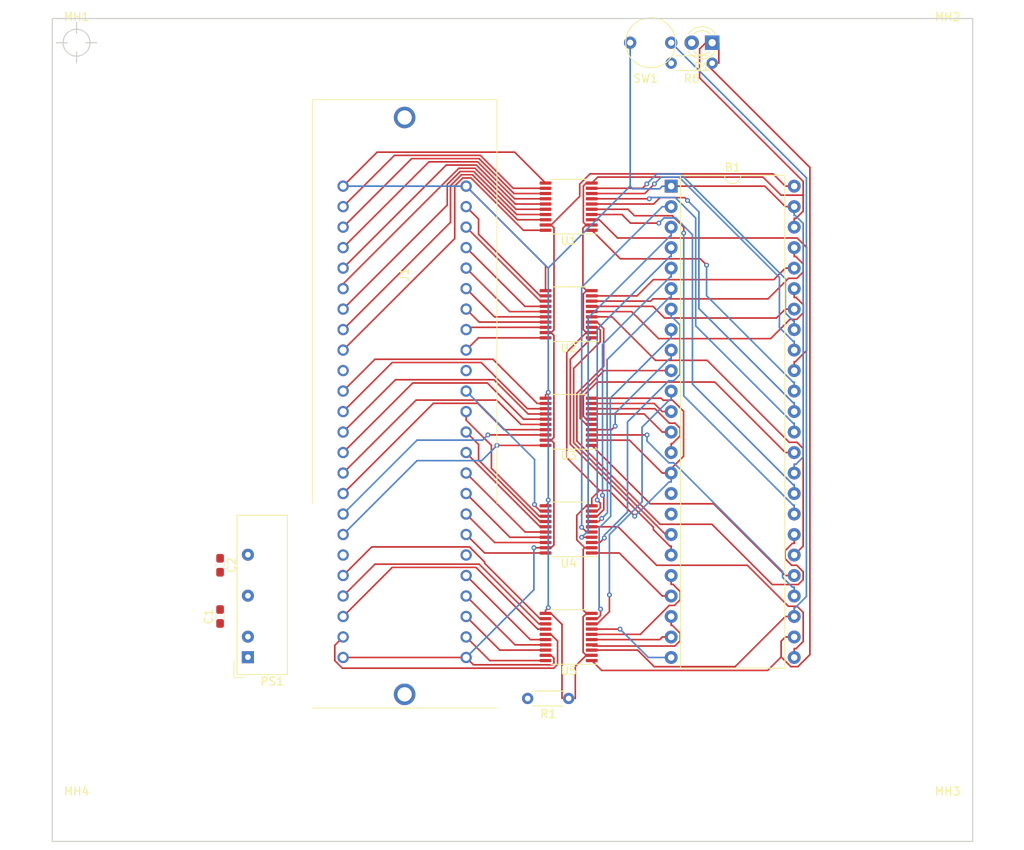
<source format=kicad_pcb>
(kicad_pcb (version 20221018) (generator pcbnew)
  (title_block (title "BionicBase Teens 4.1") (company "Tadashi G. Takaoka"))
  (layers (0 "F.Cu" signal) (31 "B.Cu" signal) (34 "B.Paste" user) (35 "F.Paste" user) (36 "B.SilkS" user "B.Silkscreen") (37 "F.SilkS" user "F.Silkscreen") (38 "B.Mask" user) (39 "F.Mask" user) (44 "Edge.Cuts" user))
  (net 0 "")
  (net 1 "VCC")
  (net 2 "Net-(B1-P6.03)")
  (net 3 "Net-(B1-P6.02)")
  (net 4 "Net-(B1-P9.04)")
  (net 5 "Net-(B1-P9.05)")
  (net 6 "Net-(B1-P9.06)")
  (net 7 "Net-(B1-P9.08)")
  (net 8 "Net-(B1-P7.10)")
  (net 9 "Net-(B1-P7.17)")
  (net 10 "Net-(B1-P7.16)")
  (net 11 "Net-(B1-P7.11)")
  (net 12 "Net-(B1-P7.00)")
  (net 13 "Net-(B1-P7.02)")
  (net 14 "Net-(B1-P7.01)")
  (net 15 "+3.3V")
  (net 18 "Net-(B1-P6.30)")
  (net 19 "Net-(B1-P6.31)")
  (net 20 "Net-(B1-P8.18)")
  (net 21 "Net-(B1-P9.31)")
  (net 22 "Net-(B1-P8.23)")
  (net 23 "Net-(B1-P8.22)")
  (net 24 "GND")
  (net 25 "Net-(B1-P7.12)")
  (net 26 "Net-(B1-P9.07)")
  (net 27 "Net-(B1-P7.18)")
  (net 28 "Net-(B1-P7.19)")
  (net 29 "Net-(B1-P6.28)")
  (net 30 "Net-(B1-P6.29)")
  (net 31 "Net-(B1-P6.20)")
  (net 32 "Net-(B1-P6.21)")
  (net 33 "Net-(B1-P7.03{slash}LED)")
  (net 34 "Net-(B1-P6.18)")
  (net 35 "Net-(B1-P6.19)")
  (net 36 "Net-(B1-P6.23)")
  (net 37 "Net-(B1-P6.22)")
  (net 38 "Net-(B1-P6.17)")
  (net 39 "/P56")
  (net 40 "/P55")
  (net 41 "/P51")
  (net 42 "/P57")
  (net 43 "/P53")
  (net 44 "/P52")
  (net 45 "/P15")
  (net 46 "/P35")
  (net 47 "/P41")
  (net 48 "/P40")
  (net 49 "/P36")
  (net 50 "/P20")
  (net 51 "/P17")
  (net 52 "/P16")
  (net 53 "/P21")
  (net 54 "/P37")
  (net 55 "/P30")
  (net 56 "/P31")
  (net 57 "/P32")
  (net 58 "/P33")
  (net 59 "/P34")
  (net 60 "/P42")
  (net 61 "/P43")
  (net 62 "/P44")
  (net 63 "/P45")
  (net 64 "/P46")
  (net 65 "/P47")
  (net 66 "/P54")
  (net 67 "/P10")
  (net 68 "/P11")
  (net 69 "/P12")
  (net 70 "/P13")
  (net 71 "/P14")
  (net 72 "/P22")
  (net 73 "/P23")
  (net 74 "/P24")
  (net 75 "/P25")
  (net 76 "/P26")
  (net 77 "/P27")
  (net 78 "/P50")
  (net 79 "/~{USR_LED}")
  (net 80 "/~{USR_SW}")
  (net 81 "Net-(B1-P6.16)")
  (net 82 "Net-(B1-P6.26)")
  (net 83 "Net-(B1-P6.27)")
  (net 84 "Net-(B1-P6.24)")
  (net 85 "Net-(B1-P6.25)")
  (net 86 "Net-(D1-K)")
  (net 87 "/+15V")
  (footprint "MountingHole:MountingHole_2.2mm_M2" (layer "F.Cu") (at 183.5 44.6)
    (fp_text reference "MH2")
    (fp_text value "MountingHole_2.2mm_M2")
  )
  (footprint "MountingHole:MountingHole_2.2mm_M2" (layer "F.Cu") (at 183.5 140.6)
    (fp_text reference "MH3")
    (fp_text value "MountingHole_2.2mm_M2")
  )
  (footprint "MountingHole:MountingHole_2.2mm_M2" (layer "F.Cu") (at 75.6 140.6)
    (fp_text reference "MH4")
    (fp_text value "MountingHole_2.2mm_M2")
  )
  (footprint "MountingHole:MountingHole_2.2mm_M2" (layer "F.Cu") (at 75.6 44.6)
    (fp_text reference "MH1")
    (fp_text value "MountingHole_2.2mm_M2")
  )
  (footprint "0-LocalLibrary:Tact_SW_6x6mm" (layer "F.Cu") (at 146.72 44.6 180)
    (fp_text reference "SW1")
    (fp_text value "Tact_SW")
  )
  (footprint "Package_SO:TSSOP-20_4.4x6.5mm_P0.65mm" (layer "F.Cu") (at 136.56 64.92 180)
    (fp_text reference "U1")
    (fp_text value "TXS0108EPW")
  )
  (footprint "Capacitor_SMD:C_0603_1608Metric_Pad1.08x0.95mm_HandSolder" (layer "F.Cu") (at 93.38 109.37 -90)
    (fp_text reference "C2")
    (fp_text value "1.0u")
  )
  (footprint "Package_DIP:DIP-48_W15.24mm" (layer "F.Cu") (at 149.26 62.38)
    (fp_text reference "B1")
    (fp_text value "Teensy4.1")
  )
  (footprint "Capacitor_SMD:C_0603_1608Metric_Pad1.08x0.95mm_HandSolder" (layer "F.Cu") (at 93.38 115.72 90)
    (fp_text reference "C1")
    (fp_text value "2.2u")
  )
  (footprint "0-LocalLibrary:Aries_ZIF_socket_DIP-48-pin" (layer "F.Cu") (at 116.24 76.35)
    (fp_text reference "J1")
    (fp_text value "Bionic_ZIF_Socket_48pin" hide)
  )
  (footprint "Resistor_THT:R_Axial_DIN0204_L3.6mm_D1.6mm_P5.08mm_Horizontal" (layer "F.Cu") (at 136.56 125.88 180)
    (fp_text reference "R1")
    (fp_text value "4.7k")
  )
  (footprint "Package_SO:TSSOP-20_4.4x6.5mm_P0.65mm" (layer "F.Cu") (at 136.56 91.59 180)
    (fp_text reference "U3")
    (fp_text value "TXS0108EPW")
  )
  (footprint "Package_SO:TSSOP-20_4.4x6.5mm_P0.65mm" (layer "F.Cu") (at 136.56 104.925 180)
    (fp_text reference "U4")
    (fp_text value "TXS0108EPW")
  )
  (footprint "0-LocalLibrary:Converter_DCDC_Minmax_MAU100_THT" (layer "F.Cu") (at 96.8275 120.7625 180)
    (fp_text reference "PS1")
    (fp_text value "MAU105")
  )
  (footprint "Package_SO:TSSOP-20_4.4x6.5mm_P0.65mm" (layer "F.Cu") (at 136.56 118.26 180)
    (fp_text reference "U5")
    (fp_text value "TXS0108EPW")
  )
  (footprint "Resistor_THT:R_Axial_DIN0204_L3.6mm_D1.6mm_P5.08mm_Horizontal" (layer "F.Cu") (at 154.34 47.14 180)
    (fp_text reference "R6")
    (fp_text value "560")
  )
  (footprint "LED_THT:LED_D3.0mm" (layer "F.Cu") (at 154.34 44.6 180)
    (fp_text reference "D1")
    (fp_text value "OSYL3131P")
  )
  (footprint "Package_SO:TSSOP-20_4.4x6.5mm_P0.65mm" (layer "F.Cu") (at 136.56 78.255 180)
    (fp_text reference "U2")
    (fp_text value "TXS0108EPW")
  )
  (gr_line (start 72.6 143.6) (end 72.6 41.6) (stroke (width 0.15)) (layer "Edge.Cuts"))
  (gr_line (start 72.6 41.6) (end 186.6 41.6) (stroke (width 0.15)) (layer "Edge.Cuts"))
  (gr_line (start 186.6 143.6) (end 72.6 143.6) (stroke (width 0.15)) (layer "Edge.Cuts"))
  (gr_line (start 186.6 41.6) (end 186.6 143.6) (stroke (width 0.15)) (layer "Edge.Cuts"))
  (target plus (at 75.6 44.6) (size 5) (width 0.15) (layer "Edge.Cuts"))
  (segment (start 139.4225 75.33) (end 138.7684 75.33) (width 0.2) (layer "F.Cu") (net 0))
  (segment (start 138.3844 66.8665) (end 138.7129 67.195) (width 0.2) (layer "F.Cu") (net 0))
  (segment (start 165.6109 65.4769) (end 165.6109 63.4984) (width 0.2) (layer "F.Cu") (net 0))
  (segment (start 137.5676 106.2227) (end 138.5449 107.2) (width 0.2) (layer "F.Cu") (net 0))
  (segment (start 138.3531 120.1573) (end 138.7308 120.535) (width 0.2) (layer "F.Cu") (net 0))
  (segment (start 153.5525 44.6) (end 152.7798 45.3727) (width 0.2) (layer "F.Cu") (net 0))
  (segment (start 164.7279 66.3599) (end 165.6109 65.4769) (width 0.2) (layer "F.Cu") (net 0))
  (segment (start 165.6109 61.7901) (end 165.6109 63.4984) (width 0.2) (layer "F.Cu") (net 0))
  (segment (start 139.4225 115.335) (end 138.7682 115.335) (width 0.2) (layer "F.Cu") (net 0))
  (segment (start 139.4225 120.535) (end 138.7308 120.535) (width 0.2) (layer "F.Cu") (net 0))
  (segment (start 139.4225 102) (end 139.4225 101.0643) (width 0.2) (layer "F.Cu") (net 0))
  (segment (start 138.3647 114.9315) (end 138.3647 107.3802) (width 0.2) (layer "F.Cu") (net 0))
  (segment (start 144.0849 93.865) (end 139.4225 93.865) (width 0.2) (layer "F.Cu") (net 0))
  (segment (start 148.71 97.94) (end 150.7946 95.8554) (width 0.2) (layer "F.Cu") (net 0))
  (segment (start 165.6109 63.4984) (end 162.8688 63.4984) (width 0.2) (layer "F.Cu") (net 0))
  (segment (start 138.741 80.53) (end 139.4225 80.53) (width 0.2) (layer "F.Cu") (net 0))
  (segment (start 164.5 66.3599) (end 164.7279 66.3599) (width 0.2) (layer "F.Cu") (net 0))
  (segment (start 148.71 97.94) (end 148.1599 97.94) (width 0.2) (layer "F.Cu") (net 0))
  (segment (start 138.3531 115.7501) (end 138.3531 120.1573) (width 0.2) (layer "F.Cu") (net 0))
  (segment (start 138.7284 61.995) (end 138.3844 62.339) (width 0.2) (layer "F.Cu") (net 0))
  (segment (start 138.327 67.5809) (end 138.7129 67.195) (width 0.2) (layer "F.Cu") (net 0))
  (segment (start 141.5577 100.0986) (end 144.7472 103.2881) (width 0.2) (layer "F.Cu") (net 0))
  (segment (start 138.3647 107.3802) (end 138.5449 107.2) (width 0.2) (layer "F.Cu") (net 0))
  (segment (start 148.1599 97.94) (end 144.0849 93.865) (width 0.2) (layer "F.Cu") (net 0))
  (segment (start 138.741 80.53) (end 136.3263 82.9447) (width 0.2) (layer "F.Cu") (net 0))
  (segment (start 148.2602 88.9148) (end 148.0104 88.665) (width 0.2) (layer "F.Cu") (net 0))
  (segment (start 138.7682 115.335) (end 138.3531 115.7501) (width 0.2) (layer "F.Cu") (net 0))
  (segment (start 138.7684 75.33) (end 138.3844 75.714) (width 0.2) (layer "F.Cu") (net 0))
  (segment (start 155.165 44.6375) (end 155.165 47.14) (width 0.2) (layer "F.Cu") (net 0))
  (segment (start 164.5 67.46) (end 164.5 66.3599) (width 0.2) (layer "F.Cu") (net 0))
  (segment (start 148.0104 88.665) (end 139.4225 88.665) (width 0.2) (layer "F.Cu") (net 0))
  (segment (start 137.5676 103.1723) (end 137.5676 106.2227) (width 0.2) (layer "F.Cu") (net 0))
  (segment (start 152.7798 45.3727) (end 152.7798 48.959) (width 0.2) (layer "F.Cu") (net 0))
  (segment (start 138.5449 107.2) (end 139.4225 107.2) (width 0.2) (layer "F.Cu") (net 0))
  (segment (start 138.327 74.8886) (end 138.327 67.5809) (width 0.2) (layer "F.Cu") (net 0))
  (segment (start 136.3263 96.0367) (end 140.3882 100.0986) (width 0.2) (layer "F.Cu") (net 0))
  (segment (start 138.3844 75.714) (end 138.3844 80.1734) (width 0.2) (layer "F.Cu") (net 0))
  (segment (start 138.7129 67.195) (end 139.4225 67.195) (width 0.2) (layer "F.Cu") (net 0))
  (segment (start 137.385 121.8808) (end 137.385 125.88) (width 0.2) (layer "F.Cu") (net 0))
  (segment (start 138.7399 102) (end 137.5676 103.1723) (width 0.2) (layer "F.Cu") (net 0))
  (segment (start 139.4225 102) (end 138.7399 102) (width 0.2) (layer "F.Cu") (net 0))
  (segment (start 139.4225 61.995) (end 138.7284 61.995) (width 0.2) (layer "F.Cu") (net 0))
  (segment (start 136.3263 82.9447) (end 136.3263 96.0367) (width 0.2) (layer "F.Cu") (net 0))
  (segment (start 140.3882 100.0986) (end 141.5577 100.0986) (width 0.2) (layer "F.Cu") (net 0))
  (segment (start 162.8688 63.4984) (end 160.6278 61.2574) (width 0.2) (layer "F.Cu") (net 0))
  (segment (start 155.1275 44.6) (end 155.165 44.6375) (width 0.2) (layer "F.Cu") (net 0))
  (segment (start 138.3844 62.339) (end 138.3844 66.8665) (width 0.2) (layer "F.Cu") (net 0))
  (segment (start 150.7946 90.2833) (end 149.4261 88.9148) (width 0.2) (layer "F.Cu") (net 0))
  (segment (start 139.4225 101.0643) (end 140.3882 100.0986) (width 0.2) (layer "F.Cu") (net 0))
  (segment (start 138.7682 115.335) (end 138.3647 114.9315) (width 0.2) (layer "F.Cu") (net 0))
  (segment (start 149.26 97.94) (end 148.71 97.94) (width 0.2) (layer "F.Cu") (net 0))
  (segment (start 160.6278 61.2574) (end 140.1601 61.2574) (width 0.2) (layer "F.Cu") (net 0))
  (segment (start 140.1601 61.2574) (end 139.4225 61.995) (width 0.2) (layer "F.Cu") (net 0))
  (segment (start 138.3844 80.1734) (end 138.741 80.53) (width 0.2) (layer "F.Cu") (net 0))
  (segment (start 149.4261 88.9148) (end 148.2602 88.9148) (width 0.2) (layer "F.Cu") (net 0))
  (segment (start 150.7946 95.8554) (end 150.7946 90.2833) (width 0.2) (layer "F.Cu") (net 0))
  (segment (start 138.7684 75.33) (end 138.327 74.8886) (width 0.2) (layer "F.Cu") (net 0))
  (segment (start 152.7798 48.959) (end 165.6109 61.7901) (width 0.2) (layer "F.Cu") (net 0))
  (segment (start 138.7308 120.535) (end 137.385 121.8808) (width 0.2) (layer "F.Cu") (net 0))
  (via (at 144.7472 103.2881) (size 0.6) (drill 0.3) (layers "F.Cu" "B.Cu") (net 0))
  (segment (start 149.26 97.94) (end 149.26 99.0401) (width 0.2) (layer "B.Cu") (net 0))
  (segment (start 149.26 99.0401) (end 148.9952 99.0401) (width 0.2) (layer "B.Cu") (net 0))
  (segment (start 148.9952 99.0401) (end 144.7472 103.2881) (width 0.2) (layer "B.Cu") (net 0))
  (segment (start 133.6975 80.53) (end 134.3788 80.53) (width 0.2) (layer "F.Cu") (net 1))
  (segment (start 134.3858 93.865) (end 133.6975 93.865) (width 0.2) (layer "F.Cu") (net 1))
  (segment (start 137.9271 62.1312) (end 137.9271 63.6462) (width 0.2) (layer "F.Cu") (net 1))
  (segment (start 134.7356 93.5152) (end 134.3858 93.865) (width 0.2) (layer "F.Cu") (net 1))
  (segment (start 139.2021 60.8562) (end 137.9271 62.1312) (width 0.2) (layer "F.Cu") (net 1))
  (segment (start 134.7356 94.2148) (end 134.3858 93.865) (width 0.2) (layer "F.Cu") (net 1))
  (segment (start 134.744 67.5607) (end 134.3783 67.195) (width 0.2) (layer "F.Cu") (net 1))
  (segment (start 108.62 120.8) (end 123.86 120.8) (width 0.2) (layer "F.Cu") (net 1))
  (segment (start 134.7356 106.8432) (end 134.7356 94.2148) (width 0.2) (layer "F.Cu") (net 1))
  (segment (start 134.3788 80.53) (end 134.7356 80.8868) (width 0.2) (layer "F.Cu") (net 1))
  (segment (start 134.7356 120.8913) (end 134.7356 121.4854) (width 0.2) (layer "F.Cu") (net 1))
  (segment (start 161.8761 60.8562) (end 139.2021 60.8562) (width 0.2) (layer "F.Cu") (net 1))
  (segment (start 133.6975 120.535) (end 134.3793 120.535) (width 0.2) (layer "F.Cu") (net 1))
  (segment (start 134.7356 121.4854) (end 134.5181 121.7029) (width 0.2) (layer "F.Cu") (net 1))
  (segment (start 124.7629 121.7029) (end 123.86 120.8) (width 0.2) (layer "F.Cu") (net 1))
  (segment (start 134.3793 120.535) (end 134.7356 120.8913) (width 0.2) (layer "F.Cu") (net 1))
  (segment (start 163.3999 62.38) (end 161.8761 60.8562) (width 0.2) (layer "F.Cu") (net 1))
  (segment (start 164.5 62.38) (end 163.3999 62.38) (width 0.2) (layer "F.Cu") (net 1))
  (segment (start 137.9271 63.6462) (end 134.3783 67.195) (width 0.2) (layer "F.Cu") (net 1))
  (segment (start 134.744 80.1648) (end 134.744 67.5607) (width 0.2) (layer "F.Cu") (net 1))
  (segment (start 132.2559 107.2) (end 133.6975 107.2) (width 0.2) (layer "F.Cu") (net 1))
  (segment (start 134.5181 121.7029) (end 124.7629 121.7029) (width 0.2) (layer "F.Cu") (net 1))
  (segment (start 134.7356 80.8868) (end 134.7356 93.5152) (width 0.2) (layer "F.Cu") (net 1))
  (segment (start 133.6975 107.2) (end 134.3788 107.2) (width 0.2) (layer "F.Cu") (net 1))
  (segment (start 134.3788 107.2) (end 134.7356 106.8432) (width 0.2) (layer "F.Cu") (net 1))
  (segment (start 134.3788 80.53) (end 134.744 80.1648) (width 0.2) (layer "F.Cu") (net 1))
  (segment (start 134.3783 67.195) (end 133.6975 67.195) (width 0.2) (layer "F.Cu") (net 1))
  (via (at 132.2559 107.2) (size 0.6) (drill 0.3) (layers "F.Cu" "B.Cu") (net 1))
  (segment (start 132.2559 112.4041) (end 132.2559 107.2) (width 0.2) (layer "B.Cu") (net 1))
  (segment (start 123.86 120.8) (end 132.2559 112.4041) (width 0.2) (layer "B.Cu") (net 1))
  (segment (start 138.7596 105.25) (end 138.1736 104.664) (width 0.2) (layer "F.Cu") (net 2))
  (segment (start 139.4225 105.25) (end 138.7596 105.25) (width 0.2) (layer "F.Cu") (net 2))
  (via (at 138.1736 104.664) (size 0.6) (drill 0.3) (layers "F.Cu" "B.Cu") (net 2))
  (segment (start 149.26 64.92) (end 148.1599 64.92) (width 0.2) (layer "B.Cu") (net 2))
  (segment (start 138.1736 74.9063) (end 138.1736 104.664) (width 0.2) (layer "B.Cu") (net 2))
  (segment (start 148.1599 64.92) (end 138.1736 74.9063) (width 0.2) (layer "B.Cu") (net 2))
  (segment (start 139.4225 105.9) (end 138.1745 105.9) (width 0.2) (layer "F.Cu") (net 3))
  (via (at 138.1745 105.9) (size 0.6) (drill 0.3) (layers "F.Cu" "B.Cu") (net 3))
  (segment (start 138.1745 105.9) (end 138.9747 105.0998) (width 0.2) (layer "B.Cu") (net 3))
  (segment (start 138.9747 78.7079) (end 149.1225 68.5601) (width 0.2) (layer "B.Cu") (net 3))
  (segment (start 149.1225 68.5601) (end 149.26 68.5601) (width 0.2) (layer "B.Cu") (net 3))
  (segment (start 138.9747 105.0998) (end 138.9747 78.7079) (width 0.2) (layer "B.Cu") (net 3))
  (segment (start 149.26 67.46) (end 149.26 68.5601) (width 0.2) (layer "B.Cu") (net 3))
  (segment (start 140.0764 102.65) (end 140.4812 102.2452) (width 0.2) (layer "F.Cu") (net 4))
  (segment (start 140.4812 101.6634) (end 140.1007 101.2829) (width 0.2) (layer "F.Cu") (net 4))
  (segment (start 139.4225 102.65) (end 140.0764 102.65) (width 0.2) (layer "F.Cu") (net 4))
  (segment (start 140.4812 102.2452) (end 140.4812 101.6634) (width 0.2) (layer "F.Cu") (net 4))
  (via (at 140.1007 101.2829) (size 0.6) (drill 0.3) (layers "F.Cu" "B.Cu") (net 4))
  (segment (start 140.1007 80.0998) (end 149.1004 71.1001) (width 0.2) (layer "B.Cu") (net 4))
  (segment (start 149.1004 71.1001) (end 149.26 71.1001) (width 0.2) (layer "B.Cu") (net 4))
  (segment (start 149.26 70) (end 149.26 71.1001) (width 0.2) (layer "B.Cu") (net 4))
  (segment (start 140.1007 101.2829) (end 140.1007 80.0998) (width 0.2) (layer "B.Cu") (net 4))
  (segment (start 139.4225 103.3) (end 140.079 103.3) (width 0.2) (layer "F.Cu") (net 5))
  (segment (start 140.9111 102.4679) (end 140.9111 100.8565) (width 0.2) (layer "F.Cu") (net 5))
  (segment (start 140.9111 100.8565) (end 140.7534 100.6988) (width 0.2) (layer "F.Cu") (net 5))
  (segment (start 140.079 103.3) (end 140.9111 102.4679) (width 0.2) (layer "F.Cu") (net 5))
  (via (at 140.7534 100.6988) (size 0.6) (drill 0.3) (layers "F.Cu" "B.Cu") (net 5))
  (segment (start 140.7534 100.6988) (end 140.7534 82.0092) (width 0.2) (layer "B.Cu") (net 5))
  (segment (start 149.26 72.54) (end 149.26 73.6401) (width 0.2) (layer "B.Cu") (net 5))
  (segment (start 149.1225 73.6401) (end 149.26 73.6401) (width 0.2) (layer "B.Cu") (net 5))
  (segment (start 140.7534 82.0092) (end 149.1225 73.6401) (width 0.2) (layer "B.Cu") (net 5))
  (segment (start 139.4225 103.95) (end 140.2775 103.95) (width 0.2) (layer "F.Cu") (net 6))
  (segment (start 140.2775 103.95) (end 140.661 103.5665) (width 0.2) (layer "F.Cu") (net 6))
  (via (at 140.661 103.5665) (size 0.6) (drill 0.3) (layers "F.Cu" "B.Cu") (net 6))
  (segment (start 149.26 76.1801) (end 149.032 76.1801) (width 0.2) (layer "B.Cu") (net 6))
  (segment (start 141.3637 92.5841) (end 141.3637 102.8638) (width 0.2) (layer "B.Cu") (net 6))
  (segment (start 149.26 75.08) (end 149.26 76.1801) (width 0.2) (layer "B.Cu") (net 6))
  (segment (start 141.3213 92.5417) (end 141.3637 92.5841) (width 0.2) (layer "B.Cu") (net 6))
  (segment (start 141.3213 83.8908) (end 141.3213 92.5417) (width 0.2) (layer "B.Cu") (net 6))
  (segment (start 141.3637 102.8638) (end 140.661 103.5665) (width 0.2) (layer "B.Cu") (net 6))
  (segment (start 149.032 76.1801) (end 141.3213 83.8908) (width 0.2) (layer "B.Cu") (net 6))
  (segment (start 139.4225 106.55) (end 140.4176 106.55) (width 0.2) (layer "F.Cu") (net 7))
  (segment (start 140.4176 106.55) (end 140.9727 105.9949) (width 0.2) (layer "F.Cu") (net 7))
  (via (at 140.9727 105.9949) (size 0.6) (drill 0.3) (layers "F.Cu" "B.Cu") (net 7))
  (segment (start 143.8497 102.7648) (end 143.8497 91.6075) (width 0.2) (layer "B.Cu") (net 7))
  (segment (start 140.9727 105.9949) (end 140.9727 105.6418) (width 0.2) (layer "B.Cu") (net 7))
  (segment (start 149.26 77.62) (end 149.26 78.7201) (width 0.2) (layer "B.Cu") (net 7))
  (segment (start 143.8497 91.6075) (end 148.9472 86.51) (width 0.2) (layer "B.Cu") (net 7))
  (segment (start 140.9727 105.6418) (end 143.8497 102.7648) (width 0.2) (layer "B.Cu") (net 7))
  (segment (start 150.363 79.5952) (end 149.4879 78.7201) (width 0.2) (layer "B.Cu") (net 7))
  (segment (start 149.4879 78.7201) (end 149.26 78.7201) (width 0.2) (layer "B.Cu") (net 7))
  (segment (start 150.363 85.7125) (end 150.363 79.5952) (width 0.2) (layer "B.Cu") (net 7))
  (segment (start 149.5655 86.51) (end 150.363 85.7125) (width 0.2) (layer "B.Cu") (net 7))
  (segment (start 148.9472 86.51) (end 149.5655 86.51) (width 0.2) (layer "B.Cu") (net 7))
  (segment (start 139.4225 115.985) (end 140.111 115.985) (width 0.2) (layer "F.Cu") (net 8))
  (segment (start 140.5065 115.5895) (end 140.5065 114.8056) (width 0.2) (layer "F.Cu") (net 8))
  (segment (start 140.111 115.985) (end 140.5065 115.5895) (width 0.2) (layer "F.Cu") (net 8))
  (via (at 140.5065 114.8056) (size 0.6) (drill 0.3) (layers "F.Cu" "B.Cu") (net 8))
  (segment (start 141.7638 92.4184) (end 141.7638 103.3124) (width 0.2) (layer "B.Cu") (net 8))
  (segment (start 140.3371 104.7391) (end 140.3371 114.6362) (width 0.2) (layer "B.Cu") (net 8))
  (segment (start 141.7214 92.376) (end 141.7638 92.4184) (width 0.2) (layer "B.Cu") (net 8))
  (segment (start 141.7638 103.3124) (end 140.3371 104.7391) (width 0.2) (layer "B.Cu") (net 8))
  (segment (start 140.3371 114.6362) (end 140.5065 114.8056) (width 0.2) (layer "B.Cu") (net 8))
  (segment (start 149.26 80.16) (end 149.26 81.2601) (width 0.2) (layer "B.Cu") (net 8))
  (segment (start 141.7214 88.6612) (end 141.7214 92.376) (width 0.2) (layer "B.Cu") (net 8))
  (segment (start 149.1225 81.2601) (end 141.7214 88.6612) (width 0.2) (layer "B.Cu") (net 8))
  (segment (start 149.26 81.2601) (end 149.1225 81.2601) (width 0.2) (layer "B.Cu") (net 8))
  (segment (start 141.884 92.565) (end 142.3215 92.1275) (width 0.2) (layer "F.Cu") (net 9))
  (segment (start 139.4225 92.565) (end 141.884 92.565) (width 0.2) (layer "F.Cu") (net 9))
  (via (at 142.3215 92.1275) (size 0.6) (drill 0.3) (layers "F.Cu" "B.Cu") (net 9))
  (segment (start 142.3215 92.1275) (end 142.3215 90.5106) (width 0.2) (layer "B.Cu") (net 9))
  (segment (start 149.032 83.8001) (end 149.26 83.8001) (width 0.2) (layer "B.Cu") (net 9))
  (segment (start 142.3215 90.5106) (end 149.032 83.8001) (width 0.2) (layer "B.Cu") (net 9))
  (segment (start 149.26 82.7) (end 149.26 83.8001) (width 0.2) (layer "B.Cu") (net 9))
  (segment (start 138.7359 91.915) (end 139.4225 91.915) (width 0.2) (layer "F.Cu") (net 10))
  (segment (start 148.1599 85.24) (end 140.9499 85.24) (width 0.2) (layer "F.Cu") (net 10))
  (segment (start 137.9843 91.1634) (end 138.7359 91.915) (width 0.2) (layer "F.Cu") (net 10))
  (segment (start 149.26 85.24) (end 148.1599 85.24) (width 0.2) (layer "F.Cu") (net 10))
  (segment (start 140.9499 85.24) (end 137.9843 88.2056) (width 0.2) (layer "F.Cu") (net 10))
  (segment (start 137.9843 88.2056) (end 137.9843 91.1634) (width 0.2) (layer "F.Cu") (net 10))
  (segment (start 139.4225 116.635) (end 140.0889 116.635) (width 0.2) (layer "F.Cu") (net 11))
  (segment (start 140.0889 116.635) (end 141.6082 115.1157) (width 0.2) (layer "F.Cu") (net 11))
  (segment (start 141.6082 115.1157) (end 141.6082 113.04) (width 0.2) (layer "F.Cu") (net 11))
  (via (at 141.6082 113.04) (size 0.6) (drill 0.3) (layers "F.Cu" "B.Cu") (net 11))
  (segment (start 149.26 88.8801) (end 149.032 88.8801) (width 0.2) (layer "B.Cu") (net 11))
  (segment (start 149.26 87.78) (end 149.26 88.8801) (width 0.2) (layer "B.Cu") (net 11))
  (segment (start 145.6523 92.2598) (end 145.6523 101.5281) (width 0.2) (layer "B.Cu") (net 11))
  (segment (start 145.6523 101.5281) (end 141.6082 105.5722) (width 0.2) (layer "B.Cu") (net 11))
  (segment (start 149.032 88.8801) (end 145.6523 92.2598) (width 0.2) (layer "B.Cu") (net 11))
  (segment (start 141.6082 105.5722) (end 141.6082 113.04) (width 0.2) (layer "B.Cu") (net 11))
  (segment (start 149.26 90.32) (end 148.1599 90.32) (width 0.2) (layer "F.Cu") (net 12))
  (segment (start 139.4225 89.315) (end 147.1549 89.315) (width 0.2) (layer "F.Cu") (net 12))
  (segment (start 147.1549 89.315) (end 148.1599 90.32) (width 0.2) (layer "F.Cu") (net 12))
  (segment (start 145.9149 90.615) (end 148.1599 92.86) (width 0.2) (layer "F.Cu") (net 13))
  (segment (start 139.4225 90.615) (end 145.9149 90.615) (width 0.2) (layer "F.Cu") (net 13))
  (segment (start 149.26 92.86) (end 148.1599 92.86) (width 0.2) (layer "F.Cu") (net 13))
  (segment (start 150.3727 93.3247) (end 150.3727 92.3902) (width 0.2) (layer "F.Cu") (net 14))
  (segment (start 149.3975 94.2999) (end 150.3727 93.3247) (width 0.2) (layer "F.Cu") (net 14))
  (segment (start 147.239 89.965) (end 139.4225 89.965) (width 0.2) (layer "F.Cu") (net 14))
  (segment (start 149.26 94.2999) (end 149.3975 94.2999) (width 0.2) (layer "F.Cu") (net 14))
  (segment (start 150.3727 92.3902) (end 149.7423 91.7598) (width 0.2) (layer "F.Cu") (net 14))
  (segment (start 149.26 95.4) (end 149.26 94.2999) (width 0.2) (layer "F.Cu") (net 14))
  (segment (start 149.7423 91.7598) (end 149.0338 91.7598) (width 0.2) (layer "F.Cu") (net 14))
  (segment (start 149.0338 91.7598) (end 147.239 89.965) (width 0.2) (layer "F.Cu") (net 14))
  (segment (start 140.4697 80.2244) (end 140.4697 81.6806) (width 0.2) (layer "F.Cu") (net 18))
  (segment (start 140.4697 81.6806) (end 137.1795 84.9708) (width 0.2) (layer "F.Cu") (net 18))
  (segment (start 137.1795 94.1797) (end 148.5598 105.56) (width 0.2) (layer "F.Cu") (net 18))
  (segment (start 139.4225 79.88) (end 140.1253 79.88) (width 0.2) (layer "F.Cu") (net 18))
  (segment (start 148.5598 105.56) (end 149.26 105.56) (width 0.2) (layer "F.Cu") (net 18))
  (segment (start 140.1253 79.88) (end 140.4697 80.2244) (width 0.2) (layer "F.Cu") (net 18))
  (segment (start 137.1795 84.9708) (end 137.1795 94.1797) (width 0.2) (layer "F.Cu") (net 18))
  (segment (start 149.0977 106.9999) (end 149.26 106.9999) (width 0.2) (layer "F.Cu") (net 19))
  (segment (start 139.4225 81.18) (end 136.7616 83.8409) (width 0.2) (layer "F.Cu") (net 19))
  (segment (start 136.7616 94.3629) (end 147.0534 104.6547) (width 0.2) (layer "F.Cu") (net 19))
  (segment (start 136.7616 83.8409) (end 136.7616 94.3629) (width 0.2) (layer "F.Cu") (net 19))
  (segment (start 149.26 108.1) (end 149.26 106.9999) (width 0.2) (layer "F.Cu") (net 19))
  (segment (start 147.0534 104.9556) (end 149.0977 106.9999) (width 0.2) (layer "F.Cu") (net 19))
  (segment (start 147.0534 104.6547) (end 147.0534 104.9556) (width 0.2) (layer "F.Cu") (net 19))
  (segment (start 149.26 110.64) (end 149.26 111.7401) (width 0.2) (layer "F.Cu") (net 20))
  (segment (start 150.3771 112.6293) (end 149.4879 111.7401) (width 0.2) (layer "F.Cu") (net 20))
  (segment (start 149.6672 114.3473) (end 150.3771 113.6374) (width 0.2) (layer "F.Cu") (net 20))
  (segment (start 149.4879 111.7401) (end 149.26 111.7401) (width 0.2) (layer "F.Cu") (net 20))
  (segment (start 145.4311 117.935) (end 149.0188 114.3473) (width 0.2) (layer "F.Cu") (net 20))
  (segment (start 149.0188 114.3473) (end 149.6672 114.3473) (width 0.2) (layer "F.Cu") (net 20))
  (segment (start 139.4225 117.935) (end 145.4311 117.935) (width 0.2) (layer "F.Cu") (net 20))
  (segment (start 150.3771 113.6374) (end 150.3771 112.6293) (width 0.2) (layer "F.Cu") (net 20))
  (segment (start 142.8299 107.85) (end 148.1599 113.18) (width 0.2) (layer "F.Cu") (net 21))
  (segment (start 139.4225 107.85) (end 142.8299 107.85) (width 0.2) (layer "F.Cu") (net 21))
  (segment (start 149.26 113.18) (end 148.1599 113.18) (width 0.2) (layer "F.Cu") (net 21))
  (segment (start 149.3975 116.8201) (end 150.3797 117.8023) (width 0.2) (layer "F.Cu") (net 22))
  (segment (start 149.26 115.72) (end 149.26 116.8201) (width 0.2) (layer "F.Cu") (net 22))
  (segment (start 150.3797 118.7172) (end 149.7125 119.3844) (width 0.2) (layer "F.Cu") (net 22))
  (segment (start 149.26 116.8201) (end 149.3975 116.8201) (width 0.2) (layer "F.Cu") (net 22))
  (segment (start 149.7125 119.3844) (end 139.5719 119.3844) (width 0.2) (layer "F.Cu") (net 22))
  (segment (start 150.3797 117.8023) (end 150.3797 118.7172) (width 0.2) (layer "F.Cu") (net 22))
  (segment (start 139.5719 119.3844) (end 139.4225 119.235) (width 0.2) (layer "F.Cu") (net 22))
  (segment (start 147.8349 118.585) (end 148.1599 118.26) (width 0.2) (layer "F.Cu") (net 23))
  (segment (start 139.4225 118.585) (end 147.8349 118.585) (width 0.2) (layer "F.Cu") (net 23))
  (segment (start 149.26 118.26) (end 148.1599 118.26) (width 0.2) (layer "F.Cu") (net 23))
  (segment (start 164.5 64.92) (end 163.3999 64.92) (width 0.2) (layer "F.Cu") (net 24))
  (segment (start 133.6975 114.9646) (end 134.0328 114.6293) (width 0.2) (layer "F.Cu") (net 24))
  (segment (start 133.6975 75.33) (end 133.6975 72.2175) (width 0.2) (layer "F.Cu") (net 24))
  (segment (start 112.8357 58.1643) (end 108.62 62.38) (width 0.2) (layer "F.Cu") (net 24))
  (segment (start 133.6975 72.2175) (end 123.86 62.38) (width 0.2) (layer "F.Cu") (net 24))
  (segment (start 149.26 62.38) (end 150.3601 62.38) (width 0.2) (layer "F.Cu") (net 24))
  (segment (start 133.6975 88.665) (end 133.6975 88.2761) (width 0.2) (layer "F.Cu") (net 24))
  (segment (start 133.6975 88.2761) (end 134.0328 87.9408) (width 0.2) (layer "F.Cu") (net 24))
  (segment (start 133.6975 115.335) (end 134.3669 115.335) (width 0.2) (layer "F.Cu") (net 24))
  (segment (start 133.6975 102) (end 134.0328 101.6647) (width 0.2) (layer "F.Cu") (net 24))
  (segment (start 150.3601 62.38) (end 160.8599 62.38) (width 0.2) (layer "F.Cu") (net 24))
  (segment (start 134.3669 115.335) (end 135.735 116.7031) (width 0.2) (layer "F.Cu") (net 24))
  (segment (start 160.8599 62.38) (end 163.3999 64.92) (width 0.2) (layer "F.Cu") (net 24))
  (segment (start 133.6975 61.995) (end 129.8668 58.1643) (width 0.2) (layer "F.Cu") (net 24))
  (segment (start 135.735 116.7031) (end 135.735 125.88) (width 0.2) (layer "F.Cu") (net 24))
  (segment (start 134.0328 101.6647) (end 134.0328 101.2836) (width 0.2) (layer "F.Cu") (net 24))
  (segment (start 129.8668 58.1643) (end 112.8357 58.1643) (width 0.2) (layer "F.Cu") (net 24))
  (segment (start 133.6975 115.335) (end 133.6975 114.9646) (width 0.2) (layer "F.Cu") (net 24))
  (via (at 134.0328 114.6293) (size 0.6) (drill 0.3) (layers "F.Cu" "B.Cu") (net 24))
  (via (at 134.0328 101.2836) (size 0.6) (drill 0.3) (layers "F.Cu" "B.Cu") (net 24))
  (via (at 134.0328 87.9408) (size 0.6) (drill 0.3) (layers "F.Cu" "B.Cu") (net 24))
  (segment (start 165.6127 95.9551) (end 164.7279 96.8399) (width 0.2) (layer "B.Cu") (net 24))
  (segment (start 164.6375 66.0201) (end 165.6127 66.9953) (width 0.2) (layer "B.Cu") (net 24))
  (segment (start 134.0328 101.2836) (end 134.0328 114.6293) (width 0.2) (layer "B.Cu") (net 24))
  (segment (start 134.0328 101.2836) (end 134.0328 87.9408) (width 0.2) (layer "B.Cu") (net 24))
  (segment (start 147.8298 62.7101) (end 148.1599 62.38) (width 0.2) (layer "B.Cu") (net 24))
  (segment (start 144.18 62.38) (end 144.5101 62.7101) (width 0.2) (layer "B.Cu") (net 24))
  (segment (start 134.0328 87.9408) (end 134.0328 72.5528) (width 0.2) (layer "B.Cu") (net 24))
  (segment (start 165.6127 66.9953) (end 165.6127 95.9551) (width 0.2) (layer "B.Cu") (net 24))
  (segment (start 164.5 66.0201) (end 164.6375 66.0201) (width 0.2) (layer "B.Cu") (net 24))
  (segment (start 164.5 97.94) (end 164.5 96.8399) (width 0.2) (layer "B.Cu") (net 24))
  (segment (start 134.0328 72.5528) (end 134.02 72.54) (width 0.2) (layer "B.Cu") (net 24))
  (segment (start 164.7279 96.8399) (end 164.5 96.8399) (width 0.2) (layer "B.Cu") (net 24))
  (segment (start 144.18 62.38) (end 144.18 44.6) (width 0.2) (layer "B.Cu") (net 24))
  (segment (start 123.86 62.38) (end 108.62 62.38) (width 0.2) (layer "B.Cu") (net 24))
  (segment (start 144.5101 62.7101) (end 147.8298 62.7101) (width 0.2) (layer "B.Cu") (net 24))
  (segment (start 134.02 72.54) (end 144.18 62.38) (width 0.2) (layer "B.Cu") (net 24))
  (segment (start 149.26 62.38) (end 148.1599 62.38) (width 0.2) (layer "B.Cu") (net 24))
  (segment (start 164.5 64.92) (end 164.5 66.0201) (width 0.2) (layer "B.Cu") (net 24))
  (segment (start 134.02 72.54) (end 123.86 62.38) (width 0.2) (layer "B.Cu") (net 24))
  (segment (start 139.4225 117.285) (end 142.9184 117.285) (width 0.2) (layer "F.Cu") (net 25))
  (via (at 142.9184 117.285) (size 0.6) (drill 0.3) (layers "F.Cu" "B.Cu") (net 25))
  (segment (start 149.26 120.8) (end 146.4334 120.8) (width 0.2) (layer "B.Cu") (net 25))
  (segment (start 146.4334 120.8) (end 142.9184 117.285) (width 0.2) (layer "B.Cu") (net 25))
  (segment (start 165.6162 115.2163) (end 165.6162 118.8116) (width 0.2) (layer "F.Cu") (net 26))
  (segment (start 165.6162 118.8116) (end 164.7279 119.6999) (width 0.2) (layer "F.Cu") (net 26))
  (segment (start 147.4488 109.37) (end 158.6898 109.37) (width 0.2) (layer "F.Cu") (net 26))
  (segment (start 158.6898 109.37) (end 163.7698 114.45) (width 0.2) (layer "F.Cu") (net 26))
  (segment (start 139.4225 104.6) (end 142.6788 104.6) (width 0.2) (layer "F.Cu") (net 26))
  (segment (start 164.5 120.8) (end 164.5 119.6999) (width 0.2) (layer "F.Cu") (net 26))
  (segment (start 163.7698 114.45) (end 164.8499 114.45) (width 0.2) (layer "F.Cu") (net 26))
  (segment (start 164.7279 119.6999) (end 164.5 119.6999) (width 0.2) (layer "F.Cu") (net 26))
  (segment (start 164.8499 114.45) (end 165.6162 115.2163) (width 0.2) (layer "F.Cu") (net 26))
  (segment (start 142.6788 104.6) (end 147.4488 109.37) (width 0.2) (layer "F.Cu") (net 26))
  (segment (start 139.4225 93.215) (end 146.2687 93.215) (width 0.2) (layer "F.Cu") (net 27))
  (via (at 146.2687 93.215) (size 0.6) (drill 0.3) (layers "F.Cu" "B.Cu") (net 27))
  (segment (start 149.5805 96.67) (end 148.9669 96.67) (width 0.2) (layer "B.Cu") (net 27))
  (segment (start 164.272 112.0799) (end 163.0602 110.8681) (width 0.2) (layer "B.Cu") (net 27))
  (segment (start 164.5 113.18) (end 164.5 112.0799) (width 0.2) (layer "B.Cu") (net 27))
  (segment (start 163.0602 110.8681) (end 163.0602 110.1497) (width 0.2) (layer "B.Cu") (net 27))
  (segment (start 148.9669 96.67) (end 146.2687 93.9718) (width 0.2) (layer "B.Cu") (net 27))
  (segment (start 164.5 112.0799) (end 164.272 112.0799) (width 0.2) (layer "B.Cu") (net 27))
  (segment (start 146.2687 93.9718) (end 146.2687 93.215) (width 0.2) (layer "B.Cu") (net 27))
  (segment (start 163.0602 110.1497) (end 149.5805 96.67) (width 0.2) (layer "B.Cu") (net 27))
  (segment (start 163.3999 110.64) (end 154.5099 101.75) (width 0.2) (layer "F.Cu") (net 28))
  (segment (start 164.5 110.64) (end 163.3999 110.64) (width 0.2) (layer "F.Cu") (net 28))
  (segment (start 154.5099 101.75) (end 146.6575 101.75) (width 0.2) (layer "F.Cu") (net 28))
  (segment (start 146.6575 101.75) (end 139.4225 94.515) (width 0.2) (layer "F.Cu") (net 28))
  (segment (start 164.8458 94.13) (end 165.6089 94.8931) (width 0.2) (layer "F.Cu") (net 29))
  (segment (start 153.7157 83.97) (end 163.8757 94.13) (width 0.2) (layer "F.Cu") (net 29))
  (segment (start 165.6089 106.9911) (end 164.5 108.1) (width 0.2) (layer "F.Cu") (net 29))
  (segment (start 141.9219 78.58) (end 147.3119 83.97) (width 0.2) (layer "F.Cu") (net 29))
  (segment (start 139.4225 78.58) (end 141.9219 78.58) (width 0.2) (layer "F.Cu") (net 29))
  (segment (start 147.3119 83.97) (end 153.7157 83.97) (width 0.2) (layer "F.Cu") (net 29))
  (segment (start 163.8757 94.13) (end 164.8458 94.13) (width 0.2) (layer "F.Cu") (net 29))
  (segment (start 165.6089 94.8931) (end 165.6089 106.9911) (width 0.2) (layer "F.Cu") (net 29))
  (segment (start 164.5 106.6601) (end 164.272 106.6601) (width 0.2) (layer "F.Cu") (net 30))
  (segment (start 164.272 106.6601) (end 163.3809 107.5512) (width 0.2) (layer "F.Cu") (net 30))
  (segment (start 140.9 84.724) (end 140.9 80.05) (width 0.2) (layer "F.Cu") (net 30))
  (segment (start 164.5 105.56) (end 164.5 106.6601) (width 0.2) (layer "F.Cu") (net 30))
  (segment (start 140.9 80.05) (end 140.08 79.23) (width 0.2) (layer "F.Cu") (net 30))
  (segment (start 163.3809 108.5733) (end 164.1776 109.37) (width 0.2) (layer "F.Cu") (net 30))
  (segment (start 154.3078 104.29) (end 147.891 104.29) (width 0.2) (layer "F.Cu") (net 30))
  (segment (start 165.0009 111.7618) (end 161.7796 111.7618) (width 0.2) (layer "F.Cu") (net 30))
  (segment (start 164.8105 109.37) (end 165.6088 110.1683) (width 0.2) (layer "F.Cu") (net 30))
  (segment (start 147.891 104.29) (end 137.5797 93.9787) (width 0.2) (layer "F.Cu") (net 30))
  (segment (start 163.3809 107.5512) (end 163.3809 108.5733) (width 0.2) (layer "F.Cu") (net 30))
  (segment (start 165.6088 111.1539) (end 165.0009 111.7618) (width 0.2) (layer "F.Cu") (net 30))
  (segment (start 165.6088 110.1683) (end 165.6088 111.1539) (width 0.2) (layer "F.Cu") (net 30))
  (segment (start 137.5797 93.9787) (end 137.5797 88.0443) (width 0.2) (layer "F.Cu") (net 30))
  (segment (start 137.5797 88.0443) (end 140.9 84.724) (width 0.2) (layer "F.Cu") (net 30))
  (segment (start 161.7796 111.7618) (end 154.3078 104.29) (width 0.2) (layer "F.Cu") (net 30))
  (segment (start 140.08 79.23) (end 139.4225 79.23) (width 0.2) (layer "F.Cu") (net 30))
  (segment (start 164.1776 109.37) (end 164.8105 109.37) (width 0.2) (layer "F.Cu") (net 30))
  (segment (start 150.8121 67.4555) (end 149.401 66.0444) (width 0.2) (layer "F.Cu") (net 31))
  (segment (start 150.8121 68.205) (end 150.8121 67.4555) (width 0.2) (layer "F.Cu") (net 31))
  (segment (start 143.9057 65.245) (end 139.4225 65.245) (width 0.2) (layer "F.Cu") (net 31))
  (segment (start 144.7051 66.0444) (end 143.9057 65.245) (width 0.2) (layer "F.Cu") (net 31))
  (segment (start 149.401 66.0444) (end 144.7051 66.0444) (width 0.2) (layer "F.Cu") (net 31))
  (via (at 150.8121 68.205) (size 0.6) (drill 0.3) (layers "F.Cu" "B.Cu") (net 31))
  (segment (start 150.8121 88.3695) (end 150.8121 68.205) (width 0.2) (layer "B.Cu") (net 31))
  (segment (start 164.5 103.02) (end 164.5 101.9199) (width 0.2) (layer "B.Cu") (net 31))
  (segment (start 164.3625 101.9199) (end 150.8121 88.3695) (width 0.2) (layer "B.Cu") (net 31))
  (segment (start 164.5 101.9199) (end 164.3625 101.9199) (width 0.2) (layer "B.Cu") (net 31))
  (segment (start 144.2202 66.9622) (end 147.7278 66.9622) (width 0.2) (layer "F.Cu") (net 32))
  (segment (start 139.4225 65.895) (end 143.153 65.895) (width 0.2) (layer "F.Cu") (net 32))
  (segment (start 143.153 65.895) (end 144.2202 66.9622) (width 0.2) (layer "F.Cu") (net 32))
  (via (at 147.7278 66.9622) (size 0.6) (drill 0.3) (layers "F.Cu" "B.Cu") (net 32))
  (segment (start 164.5 100.48) (end 164.5 99.3799) (width 0.2) (layer "B.Cu") (net 32))
  (segment (start 164.3625 99.3799) (end 151.8934 86.9108) (width 0.2) (layer "B.Cu") (net 32))
  (segment (start 148.3718 66.3182) (end 147.7278 66.9622) (width 0.2) (layer "B.Cu") (net 32))
  (segment (start 164.5 99.3799) (end 164.3625 99.3799) (width 0.2) (layer "B.Cu") (net 32))
  (segment (start 149.8169 66.3182) (end 148.3718 66.3182) (width 0.2) (layer "B.Cu") (net 32))
  (segment (start 151.8934 86.9108) (end 151.8934 68.3947) (width 0.2) (layer "B.Cu") (net 32))
  (segment (start 151.8934 68.3947) (end 149.8169 66.3182) (width 0.2) (layer "B.Cu") (net 32))
  (segment (start 154.6621 86.6622) (end 163.3999 95.4) (width 0.2) (layer "F.Cu") (net 33))
  (segment (start 140.0935 86.6622) (end 154.6621 86.6622) (width 0.2) (layer "F.Cu") (net 33))
  (segment (start 138.3844 88.3713) (end 140.0935 86.6622) (width 0.2) (layer "F.Cu") (net 33))
  (segment (start 138.7381 91.265) (end 138.3844 90.9113) (width 0.2) (layer "F.Cu") (net 33))
  (segment (start 139.4225 91.265) (end 138.7381 91.265) (width 0.2) (layer "F.Cu") (net 33))
  (segment (start 138.3844 90.9113) (end 138.3844 88.3713) (width 0.2) (layer "F.Cu") (net 33))
  (segment (start 164.5 95.4) (end 163.3999 95.4) (width 0.2) (layer "F.Cu") (net 33))
  (segment (start 139.4225 63.945) (end 146.5445 63.945) (width 0.2) (layer "F.Cu") (net 34))
  (via (at 146.5445 63.945) (size 0.6) (drill 0.3) (layers "F.Cu" "B.Cu") (net 34))
  (segment (start 146.7082 63.7813) (end 149.7488 63.7813) (width 0.2) (layer "B.Cu") (net 34))
  (segment (start 152.2936 66.3261) (end 152.2936 79.691) (width 0.2) (layer "B.Cu") (net 34))
  (segment (start 164.3625 91.7599) (end 164.5 91.7599) (width 0.2) (layer "B.Cu") (net 34))
  (segment (start 146.5445 63.945) (end 146.7082 63.7813) (width 0.2) (layer "B.Cu") (net 34))
  (segment (start 149.7488 63.7813) (end 152.2936 66.3261) (width 0.2) (layer "B.Cu") (net 34))
  (segment (start 164.5 92.86) (end 164.5 91.7599) (width 0.2) (layer "B.Cu") (net 34))
  (segment (start 152.2936 79.691) (end 164.3625 91.7599) (width 0.2) (layer "B.Cu") (net 34))
  (segment (start 150.9331 63.8025) (end 147.8755 63.8025) (width 0.2) (layer "F.Cu") (net 35))
  (segment (start 147.8755 63.8025) (end 147.083 64.595) (width 0.2) (layer "F.Cu") (net 35))
  (segment (start 151.288 64.1574) (end 150.9331 63.8025) (width 0.2) (layer "F.Cu") (net 35))
  (segment (start 147.083 64.595) (end 139.4225 64.595) (width 0.2) (layer "F.Cu") (net 35))
  (via (at 151.288 64.1574) (size 0.6) (drill 0.3) (layers "F.Cu" "B.Cu") (net 35))
  (segment (start 164.3625 89.2199) (end 152.6938 77.5512) (width 0.2) (layer "B.Cu") (net 35))
  (segment (start 152.6938 65.5632) (end 151.288 64.1574) (width 0.2) (layer "B.Cu") (net 35))
  (segment (start 164.5 90.32) (end 164.5 89.2199) (width 0.2) (layer "B.Cu") (net 35))
  (segment (start 164.5 89.2199) (end 164.3625 89.2199) (width 0.2) (layer "B.Cu") (net 35))
  (segment (start 152.6938 77.5512) (end 152.6938 65.5632) (width 0.2) (layer "B.Cu") (net 35))
  (segment (start 152.8682 71.3851) (end 142.9626 71.3851) (width 0.2) (layer "F.Cu") (net 36))
  (segment (start 142.9626 71.3851) (end 139.4225 67.845) (width 0.2) (layer "F.Cu") (net 36))
  (segment (start 153.6431 72.16) (end 152.8682 71.3851) (width 0.2) (layer "F.Cu") (net 36))
  (via (at 153.6431 72.16) (size 0.6) (drill 0.3) (layers "F.Cu" "B.Cu") (net 36))
  (segment (start 164.5 87.78) (end 164.5 86.6799) (width 0.2) (layer "B.Cu") (net 36))
  (segment (start 153.6431 75.9605) (end 153.6431 72.16) (width 0.2) (layer "B.Cu") (net 36))
  (segment (start 164.5 86.6799) (end 164.3625 86.6799) (width 0.2) (layer "B.Cu") (net 36))
  (segment (start 164.3625 86.6799) (end 153.6431 75.9605) (width 0.2) (layer "B.Cu") (net 36))
  (segment (start 139.4225 66.545) (end 140.3525 66.545) (width 0.2) (layer "F.Cu") (net 37))
  (segment (start 164.5 85.24) (end 164.5 84.1399) (width 0.2) (layer "F.Cu") (net 37))
  (segment (start 142.6126 68.8051) (end 164.8625 68.8051) (width 0.2) (layer "F.Cu") (net 37))
  (segment (start 164.6375 84.1399) (end 164.5 84.1399) (width 0.2) (layer "F.Cu") (net 37))
  (segment (start 140.3525 66.545) (end 142.6126 68.8051) (width 0.2) (layer "F.Cu") (net 37))
  (segment (start 164.8625 68.8051) (end 166.0424 69.985) (width 0.2) (layer "F.Cu") (net 37))
  (segment (start 166.0424 82.735) (end 164.6375 84.1399) (width 0.2) (layer "F.Cu") (net 37))
  (segment (start 166.0424 69.985) (end 166.0424 82.735) (width 0.2) (layer "F.Cu") (net 37))
  (segment (start 145.989 63.295) (end 147.1778 62.1062) (width 0.2) (layer "F.Cu") (net 38))
  (segment (start 139.4225 63.295) (end 145.989 63.295) (width 0.2) (layer "F.Cu") (net 38))
  (via (at 147.1778 62.1062) (size 0.6) (drill 0.3) (layers "F.Cu" "B.Cu") (net 38))
  (segment (start 164.5 81.5999) (end 164.3622 81.5999) (width 0.2) (layer "B.Cu") (net 38))
  (segment (start 164.5 82.7) (end 164.5 81.5999) (width 0.2) (layer "B.Cu") (net 38))
  (segment (start 162.6684 79.9061) (end 162.6684 73.6998) (width 0.2) (layer "B.Cu") (net 38))
  (segment (start 148.0117 61.2723) (end 147.1778 62.1062) (width 0.2) (layer "B.Cu") (net 38))
  (segment (start 162.6684 73.6998) (end 150.2409 61.2723) (width 0.2) (layer "B.Cu") (net 38))
  (segment (start 164.3622 81.5999) (end 162.6684 79.9061) (width 0.2) (layer "B.Cu") (net 38))
  (segment (start 150.2409 61.2723) (end 148.0117 61.2723) (width 0.2) (layer "B.Cu") (net 38))
  (segment (start 128.025 119.885) (end 123.86 115.72) (width 0.2) (layer "F.Cu") (net 39))
  (segment (start 133.6975 119.885) (end 128.025 119.885) (width 0.2) (layer "F.Cu") (net 39))
  (segment (start 133.6975 119.235) (end 129.915 119.235) (width 0.2) (layer "F.Cu") (net 40))
  (segment (start 129.915 119.235) (end 123.86 113.18) (width 0.2) (layer "F.Cu") (net 40))
  (segment (start 133.6975 116.635) (end 132.8743 116.635) (width 0.2) (layer "F.Cu") (net 41))
  (segment (start 125.4731 109.2338) (end 112.5662 109.2338) (width 0.2) (layer "F.Cu") (net 41))
  (segment (start 112.5662 109.2338) (end 108.62 113.18) (width 0.2) (layer "F.Cu") (net 41))
  (segment (start 132.8743 116.635) (end 125.4731 109.2338) (width 0.2) (layer "F.Cu") (net 41))
  (segment (start 133.6975 121.185) (end 126.785 121.185) (width 0.2) (layer "F.Cu") (net 42))
  (segment (start 126.785 121.185) (end 123.86 118.26) (width 0.2) (layer "F.Cu") (net 42))
  (segment (start 107.5925 119.2875) (end 108.62 118.26) (width 0.2) (layer "F.Cu") (net 43))
  (segment (start 135.1844 121.6537) (end 134.7129 122.1252) (width 0.2) (layer "F.Cu") (net 43))
  (segment (start 135.1844 118.763) (end 135.1844 121.6537) (width 0.2) (layer "F.Cu") (net 43))
  (segment (start 134.7129 122.1252) (end 108.5187 122.1252) (width 0.2) (layer "F.Cu") (net 43))
  (segment (start 133.6975 117.935) (end 134.3564 117.935) (width 0.2) (layer "F.Cu") (net 43))
  (segment (start 108.5187 122.1252) (end 107.5925 121.199) (width 0.2) (layer "F.Cu") (net 43))
  (segment (start 107.5925 121.199) (end 107.5925 119.2875) (width 0.2) (layer "F.Cu") (net 43))
  (segment (start 134.3564 117.935) (end 135.1844 118.763) (width 0.2) (layer "F.Cu") (net 43))
  (segment (start 125.0732 109.634) (end 132.7242 117.285) (width 0.2) (layer "F.Cu") (net 44))
  (segment (start 132.7242 117.285) (end 133.6975 117.285) (width 0.2) (layer "F.Cu") (net 44))
  (segment (start 114.706 109.634) (end 125.0732 109.634) (width 0.2) (layer "F.Cu") (net 44))
  (segment (start 108.62 115.72) (end 114.706 109.634) (width 0.2) (layer "F.Cu") (net 44))
  (segment (start 133.6975 65.895) (end 130.1237 65.895) (width 0.2) (layer "F.Cu") (net 45))
  (segment (start 124.7936 60.5649) (end 123.1174 60.5649) (width 0.2) (layer "F.Cu") (net 45))
  (segment (start 121.5219 62.1604) (end 121.5219 64.7181) (width 0.2) (layer "F.Cu") (net 45))
  (segment (start 121.5219 64.7181) (end 108.62 77.62) (width 0.2) (layer "F.Cu") (net 45))
  (segment (start 123.1174 60.5649) (end 121.5219 62.1604) (width 0.2) (layer "F.Cu") (net 45))
  (segment (start 130.1237 65.895) (end 124.7936 60.5649) (width 0.2) (layer "F.Cu") (net 45))
  (segment (start 128.5584 92.565) (end 125.2905 89.2971) (width 0.2) (layer "F.Cu") (net 46))
  (segment (start 125.2905 89.2971) (end 119.8029 89.2971) (width 0.2) (layer "F.Cu") (net 46))
  (segment (start 133.6975 92.565) (end 128.5584 92.565) (width 0.2) (layer "F.Cu") (net 46))
  (segment (start 119.8029 89.2971) (end 108.62 100.48) (width 0.2) (layer "F.Cu") (net 46))
  (segment (start 123.86 90.32) (end 123.86 91.3815) (width 0.2) (layer "F.Cu") (net 47))
  (segment (start 132.9331 103.3) (end 133.6975 103.3) (width 0.2) (layer "F.Cu") (net 47))
  (segment (start 126.9909 97.3578) (end 132.9331 103.3) (width 0.2) (layer "F.Cu") (net 47))
  (segment (start 123.86 91.3815) (end 126.9909 94.5124) (width 0.2) (layer "F.Cu") (net 47))
  (segment (start 126.9909 94.5124) (end 126.9909 97.3578) (width 0.2) (layer "F.Cu") (net 47))
  (segment (start 132.3348 101.9518) (end 133.033 102.65) (width 0.2) (layer "F.Cu") (net 48))
  (segment (start 133.033 102.65) (end 133.6975 102.65) (width 0.2) (layer "F.Cu") (net 48))
  (segment (start 132.3348 101.8448) (end 132.3348 101.9518) (width 0.2) (layer "F.Cu") (net 48))
  (via (at 132.3348 101.8448) (size 0.6) (drill 0.3) (layers "F.Cu" "B.Cu") (net 48))
  (segment (start 123.86 87.78) (end 132.3348 96.2548) (width 0.2) (layer "B.Cu") (net 48))
  (segment (start 132.3348 96.2548) (end 132.3348 101.8448) (width 0.2) (layer "B.Cu") (net 48))
  (segment (start 133.6975 93.215) (end 126.5496 93.215) (width 0.2) (layer "F.Cu") (net 49))
  (via (at 126.5496 93.215) (size 0.6) (drill 0.3) (layers "F.Cu" "B.Cu") (net 49))
  (segment (start 125.903 93.8616) (end 126.5496 93.215) (width 0.2) (layer "B.Cu") (net 49))
  (segment (start 108.62 103.02) (end 117.7784 93.8616) (width 0.2) (layer "B.Cu") (net 49))
  (segment (start 117.7784 93.8616) (end 125.903 93.8616) (width 0.2) (layer "B.Cu") (net 49))
  (segment (start 133.6975 75.98) (end 133.0398 75.98) (width 0.2) (layer "F.Cu") (net 50))
  (segment (start 133.0398 75.98) (end 125.3983 68.3385) (width 0.2) (layer "F.Cu") (net 50))
  (segment (start 125.3983 66.4583) (end 123.86 64.92) (width 0.2) (layer "F.Cu") (net 50))
  (segment (start 125.3983 68.3385) (end 125.3983 66.4583) (width 0.2) (layer "F.Cu") (net 50))
  (segment (start 123.4488 61.3652) (end 122.4487 62.3653) (width 0.2) (layer "F.Cu") (net 51))
  (segment (start 133.6975 67.845) (end 130.942 67.845) (width 0.2) (layer "F.Cu") (net 51))
  (segment (start 122.4487 62.3653) (end 122.4487 68.8713) (width 0.2) (layer "F.Cu") (net 51))
  (segment (start 124.4622 61.3652) (end 123.4488 61.3652) (width 0.2) (layer "F.Cu") (net 51))
  (segment (start 122.4487 68.8713) (end 108.62 82.7) (width 0.2) (layer "F.Cu") (net 51))
  (segment (start 130.942 67.845) (end 124.4622 61.3652) (width 0.2) (layer "F.Cu") (net 51))
  (segment (start 121.922 62.3261) (end 121.922 66.858) (width 0.2) (layer "F.Cu") (net 52))
  (segment (start 121.922 66.858) (end 108.62 80.16) (width 0.2) (layer "F.Cu") (net 52))
  (segment (start 130.2079 66.545) (end 124.6279 60.965) (width 0.2) (layer "F.Cu") (net 52))
  (segment (start 133.6975 66.545) (end 130.2079 66.545) (width 0.2) (layer "F.Cu") (net 52))
  (segment (start 124.6279 60.965) (end 123.2831 60.965) (width 0.2) (layer "F.Cu") (net 52))
  (segment (start 123.2831 60.965) (end 121.922 62.3261) (width 0.2) (layer "F.Cu") (net 52))
  (segment (start 133.03 76.63) (end 123.86 67.46) (width 0.2) (layer "F.Cu") (net 53))
  (segment (start 133.6975 76.63) (end 133.03 76.63) (width 0.2) (layer "F.Cu") (net 53))
  (segment (start 133.6975 94.515) (end 127.6827 94.515) (width 0.2) (layer "F.Cu") (net 54))
  (via (at 127.6827 94.515) (size 0.6) (drill 0.3) (layers "F.Cu" "B.Cu") (net 54))
  (segment (start 117.7783 96.4017) (end 125.796 96.4017) (width 0.2) (layer "B.Cu") (net 54))
  (segment (start 125.796 96.4017) (end 127.6827 94.515) (width 0.2) (layer "B.Cu") (net 54))
  (segment (start 108.62 105.56) (end 117.7783 96.4017) (width 0.2) (layer "B.Cu") (net 54))
  (segment (start 112.5623 83.8377) (end 108.62 87.78) (width 0.2) (layer "F.Cu") (net 55))
  (segment (start 132.6594 89.315) (end 127.1821 83.8377) (width 0.2) (layer "F.Cu") (net 55))
  (segment (start 127.1821 83.8377) (end 112.5623 83.8377) (width 0.2) (layer "F.Cu") (net 55))
  (segment (start 133.6975 89.315) (end 132.6594 89.315) (width 0.2) (layer "F.Cu") (net 55))
  (segment (start 114.7021 84.2379) (end 125.72 84.2379) (width 0.2) (layer "F.Cu") (net 56))
  (segment (start 125.72 84.2379) (end 131.4471 89.965) (width 0.2) (layer "F.Cu") (net 56))
  (segment (start 131.4471 89.965) (end 133.6975 89.965) (width 0.2) (layer "F.Cu") (net 56))
  (segment (start 108.62 90.32) (end 114.7021 84.2379) (width 0.2) (layer "F.Cu") (net 56))
  (segment (start 127.2893 86.373) (end 115.107 86.373) (width 0.2) (layer "F.Cu") (net 57))
  (segment (start 133.6975 90.615) (end 131.5313 90.615) (width 0.2) (layer "F.Cu") (net 57))
  (segment (start 131.5313 90.615) (end 127.2893 86.373) (width 0.2) (layer "F.Cu") (net 57))
  (segment (start 115.107 86.373) (end 108.62 92.86) (width 0.2) (layer "F.Cu") (net 57))
  (segment (start 130.9704 91.265) (end 133.6975 91.265) (width 0.2) (layer "F.Cu") (net 58))
  (segment (start 117.2468 86.7732) (end 126.4786 86.7732) (width 0.2) (layer "F.Cu") (net 58))
  (segment (start 108.62 95.4) (end 117.2468 86.7732) (width 0.2) (layer "F.Cu") (net 58))
  (segment (start 126.4786 86.7732) (end 130.9704 91.265) (width 0.2) (layer "F.Cu") (net 58))
  (segment (start 127.6249 88.8969) (end 117.6631 88.8969) (width 0.2) (layer "F.Cu") (net 59))
  (segment (start 117.6631 88.8969) (end 108.62 97.94) (width 0.2) (layer "F.Cu") (net 59))
  (segment (start 130.643 91.915) (end 127.6249 88.8969) (width 0.2) (layer "F.Cu") (net 59))
  (segment (start 133.6975 91.915) (end 130.643 91.915) (width 0.2) (layer "F.Cu") (net 59))
  (segment (start 133.0087 103.95) (end 125.3983 96.3396) (width 0.2) (layer "F.Cu") (net 60))
  (segment (start 133.6975 103.95) (end 133.0087 103.95) (width 0.2) (layer "F.Cu") (net 60))
  (segment (start 125.3983 94.3983) (end 123.86 92.86) (width 0.2) (layer "F.Cu") (net 60))
  (segment (start 125.3983 96.3396) (end 125.3983 94.3983) (width 0.2) (layer "F.Cu") (net 60))
  (segment (start 133.6975 104.6) (end 133.0164 104.6) (width 0.2) (layer "F.Cu") (net 61))
  (segment (start 133.0164 104.6) (end 123.86 95.4436) (width 0.2) (layer "F.Cu") (net 61))
  (segment (start 123.86 95.4436) (end 123.86 95.4) (width 0.2) (layer "F.Cu") (net 61))
  (segment (start 131.17 105.25) (end 123.86 97.94) (width 0.2) (layer "F.Cu") (net 62))
  (segment (start 133.6975 105.25) (end 131.17 105.25) (width 0.2) (layer "F.Cu") (net 62))
  (segment (start 129.28 105.9) (end 123.86 100.48) (width 0.2) (layer "F.Cu") (net 63))
  (segment (start 133.6975 105.9) (end 129.28 105.9) (width 0.2) (layer "F.Cu") (net 63))
  (segment (start 133.6975 106.55) (end 127.39 106.55) (width 0.2) (layer "F.Cu") (net 64))
  (segment (start 127.39 106.55) (end 123.86 103.02) (width 0.2) (layer "F.Cu") (net 64))
  (segment (start 126.15 107.85) (end 123.86 105.56) (width 0.2) (layer "F.Cu") (net 65))
  (segment (start 133.6975 107.85) (end 126.15 107.85) (width 0.2) (layer "F.Cu") (net 65))
  (segment (start 131.805 118.585) (end 123.86 110.64) (width 0.2) (layer "F.Cu") (net 66))
  (segment (start 133.6975 118.585) (end 131.805 118.585) (width 0.2) (layer "F.Cu") (net 66))
  (segment (start 129.7027 62.645) (end 125.6221 58.5644) (width 0.2) (layer "F.Cu") (net 67))
  (segment (start 114.9756 58.5644) (end 108.62 64.92) (width 0.2) (layer "F.Cu") (net 67))
  (segment (start 125.6221 58.5644) (end 114.9756 58.5644) (width 0.2) (layer "F.Cu") (net 67))
  (segment (start 133.6975 62.645) (end 129.7027 62.645) (width 0.2) (layer "F.Cu") (net 67))
  (segment (start 133.6975 63.295) (end 129.7869 63.295) (width 0.2) (layer "F.Cu") (net 68))
  (segment (start 117.1155 58.9645) (end 108.62 67.46) (width 0.2) (layer "F.Cu") (net 68))
  (segment (start 129.7869 63.295) (end 125.4564 58.9645) (width 0.2) (layer "F.Cu") (net 68))
  (segment (start 125.4564 58.9645) (end 117.1155 58.9645) (width 0.2) (layer "F.Cu") (net 68))
  (segment (start 119.2554 59.3646) (end 108.62 70) (width 0.2) (layer "F.Cu") (net 69))
  (segment (start 129.8711 63.945) (end 125.2907 59.3646) (width 0.2) (layer "F.Cu") (net 69))
  (segment (start 133.6975 63.945) (end 129.8711 63.945) (width 0.2) (layer "F.Cu") (net 69))
  (segment (start 125.2907 59.3646) (end 119.2554 59.3646) (width 0.2) (layer "F.Cu") (net 69))
  (segment (start 133.6975 64.595) (end 129.9553 64.595) (width 0.2) (layer "F.Cu") (net 70))
  (segment (start 125.125 59.7647) (end 121.3953 59.7647) (width 0.2) (layer "F.Cu") (net 70))
  (segment (start 129.9553 64.595) (end 125.125 59.7647) (width 0.2) (layer "F.Cu") (net 70))
  (segment (start 121.3953 59.7647) (end 108.62 72.54) (width 0.2) (layer "F.Cu") (net 70))
  (segment (start 130.0395 65.245) (end 124.9593 60.1648) (width 0.2) (layer "F.Cu") (net 71))
  (segment (start 133.6975 65.245) (end 130.0395 65.245) (width 0.2) (layer "F.Cu") (net 71))
  (segment (start 122.9517 60.1648) (end 108.62 74.4965) (width 0.2) (layer "F.Cu") (net 71))
  (segment (start 124.9593 60.1648) (end 122.9517 60.1648) (width 0.2) (layer "F.Cu") (net 71))
  (segment (start 108.62 74.4965) (end 108.62 75.08) (width 0.2) (layer "F.Cu") (net 71))
  (segment (start 133.6975 77.28) (end 131.14 77.28) (width 0.2) (layer "F.Cu") (net 72))
  (segment (start 131.14 77.28) (end 123.86 70) (width 0.2) (layer "F.Cu") (net 72))
  (segment (start 129.25 77.93) (end 123.86 72.54) (width 0.2) (layer "F.Cu") (net 73))
  (segment (start 133.6975 77.93) (end 129.25 77.93) (width 0.2) (layer "F.Cu") (net 73))
  (segment (start 133.6975 78.58) (end 127.36 78.58) (width 0.2) (layer "F.Cu") (net 74))
  (segment (start 127.36 78.58) (end 123.86 75.08) (width 0.2) (layer "F.Cu") (net 74))
  (segment (start 125.47 79.23) (end 123.86 77.62) (width 0.2) (layer "F.Cu") (net 75))
  (segment (start 133.6975 79.23) (end 125.47 79.23) (width 0.2) (layer "F.Cu") (net 75))
  (segment (start 133.6975 79.88) (end 124.14 79.88) (width 0.2) (layer "F.Cu") (net 76))
  (segment (start 124.14 79.88) (end 123.86 80.16) (width 0.2) (layer "F.Cu") (net 76))
  (segment (start 133.6975 81.18) (end 125.38 81.18) (width 0.2) (layer "F.Cu") (net 77))
  (segment (start 125.38 81.18) (end 123.86 82.7) (width 0.2) (layer "F.Cu") (net 77))
  (segment (start 133.0038 115.985) (end 126.1567 109.1379) (width 0.2) (layer "F.Cu") (net 78))
  (segment (start 133.6975 115.985) (end 133.0038 115.985) (width 0.2) (layer "F.Cu") (net 78))
  (segment (start 124.2711 107.0931) (end 112.1669 107.0931) (width 0.2) (layer "F.Cu") (net 78))
  (segment (start 126.1567 108.9787) (end 124.2711 107.0931) (width 0.2) (layer "F.Cu") (net 78))
  (segment (start 112.1669 107.0931) (end 108.62 110.64) (width 0.2) (layer "F.Cu") (net 78))
  (segment (start 126.1567 109.1379) (end 126.1567 108.9787) (width 0.2) (layer "F.Cu") (net 78))
  (segment (start 139.4225 121.185) (end 140.6407 122.4032) (width 0.2) (layer "F.Cu") (net 79))
  (segment (start 164.0799 121.9365) (end 162.88 120.7366) (width 0.2) (layer "F.Cu") (net 79))
  (segment (start 162.88 120.7366) (end 162.88 118.7799) (width 0.2) (layer "F.Cu") (net 79))
  (segment (start 161.2134 122.4032) (end 162.88 120.7366) (width 0.2) (layer "F.Cu") (net 79))
  (segment (start 162.88 118.7799) (end 163.3999 118.26) (width 0.2) (layer "F.Cu") (net 79))
  (segment (start 164.9545 121.9365) (end 164.0799 121.9365) (width 0.2) (layer "F.Cu") (net 79))
  (segment (start 153.515 47.14) (end 166.4462 60.0712) (width 0.2) (layer "F.Cu") (net 79))
  (segment (start 166.4462 120.4448) (end 164.9545 121.9365) (width 0.2) (layer "F.Cu") (net 79))
  (segment (start 140.6407 122.4032) (end 161.2134 122.4032) (width 0.2) (layer "F.Cu") (net 79))
  (segment (start 166.4462 60.0712) (end 166.4462 120.4448) (width 0.2) (layer "F.Cu") (net 79))
  (segment (start 164.5 118.26) (end 163.3999 118.26) (width 0.2) (layer "F.Cu") (net 79))
  (segment (start 163.3999 115.72) (end 157.1832 121.9367) (width 0.2) (layer "F.Cu") (net 80))
  (segment (start 147.1538 121.9367) (end 145.1021 119.885) (width 0.2) (layer "F.Cu") (net 80))
  (segment (start 164.5 115.72) (end 163.3999 115.72) (width 0.2) (layer "F.Cu") (net 80))
  (segment (start 145.1021 119.885) (end 139.4225 119.885) (width 0.2) (layer "F.Cu") (net 80))
  (segment (start 157.1832 121.9367) (end 147.1538 121.9367) (width 0.2) (layer "F.Cu") (net 80))
  (segment (start 166.0129 113.2445) (end 166.0129 61.3529) (width 0.2) (layer "B.Cu") (net 80))
  (segment (start 164.6375 114.6199) (end 166.0129 113.2445) (width 0.2) (layer "B.Cu") (net 80))
  (segment (start 164.5 114.6199) (end 164.6375 114.6199) (width 0.2) (layer "B.Cu") (net 80))
  (segment (start 164.5 115.72) (end 164.5 114.6199) (width 0.2) (layer "B.Cu") (net 80))
  (segment (start 166.0129 61.3529) (end 149.26 44.6) (width 0.2) (layer "B.Cu") (net 80))
  (segment (start 139.4225 62.645) (end 145.6987 62.645) (width 0.2) (layer "F.Cu") (net 81))
  (segment (start 145.6987 62.645) (end 146.2337 62.11) (width 0.2) (layer "F.Cu") (net 81))
  (via (at 146.2337 62.11) (size 0.6) (drill 0.3) (layers "F.Cu" "B.Cu") (net 81))
  (segment (start 147.4736 60.8701) (end 146.2337 62.11) (width 0.2) (layer "B.Cu") (net 81))
  (segment (start 150.4214 60.8701) (end 147.4736 60.8701) (width 0.2) (layer "B.Cu") (net 81))
  (segment (start 164.5 80.16) (end 164.5 79.0599) (width 0.2) (layer "B.Cu") (net 81))
  (segment (start 164.5 79.0599) (end 164.3624 79.0599) (width 0.2) (layer "B.Cu") (net 81))
  (segment (start 164.3624 79.0599) (end 163.3999 78.0974) (width 0.2) (layer "B.Cu") (net 81))
  (segment (start 163.3999 73.8486) (end 150.4214 60.8701) (width 0.2) (layer "B.Cu") (net 81))
  (segment (start 163.3999 78.0974) (end 163.3999 73.8486) (width 0.2) (layer "B.Cu") (net 81))
  (segment (start 162.2958 78.7241) (end 163.3999 77.62) (width 0.2) (layer "F.Cu") (net 82))
  (segment (start 139.4225 77.28) (end 146.9973 77.28) (width 0.2) (layer "F.Cu") (net 82))
  (segment (start 148.4414 78.7241) (end 162.2958 78.7241) (width 0.2) (layer "F.Cu") (net 82))
  (segment (start 164.5 77.62) (end 163.3999 77.62) (width 0.2) (layer "F.Cu") (net 82))
  (segment (start 146.9973 77.28) (end 148.4414 78.7241) (width 0.2) (layer "F.Cu") (net 82))
  (segment (start 165.6382 78.062) (end 165.6382 77.0904) (width 0.2) (layer "F.Cu") (net 83))
  (segment (start 164.5 75.08) (end 164.5 76.1801) (width 0.2) (layer "F.Cu") (net 83))
  (segment (start 161.5765 81.2798) (end 163.9663 78.89) (width 0.2) (layer "F.Cu") (net 83))
  (segment (start 164.7279 76.1801) (end 164.5 76.1801) (width 0.2) (layer "F.Cu") (net 83))
  (segment (start 144.3486 77.93) (end 147.6984 81.2798) (width 0.2) (layer "F.Cu") (net 83))
  (segment (start 164.8102 78.89) (end 165.6382 78.062) (width 0.2) (layer "F.Cu") (net 83))
  (segment (start 147.6984 81.2798) (end 161.5765 81.2798) (width 0.2) (layer "F.Cu") (net 83))
  (segment (start 163.9663 78.89) (end 164.8102 78.89) (width 0.2) (layer "F.Cu") (net 83))
  (segment (start 165.6382 77.0904) (end 164.7279 76.1801) (width 0.2) (layer "F.Cu") (net 83))
  (segment (start 139.4225 77.93) (end 144.3486 77.93) (width 0.2) (layer "F.Cu") (net 83))
  (segment (start 164.5 72.54) (end 163.3999 72.54) (width 0.2) (layer "F.Cu") (net 84))
  (segment (start 145.0349 75.98) (end 147.05 73.9649) (width 0.2) (layer "F.Cu") (net 84))
  (segment (start 139.4225 75.98) (end 145.0349 75.98) (width 0.2) (layer "F.Cu") (net 84))
  (segment (start 147.05 73.9649) (end 161.975 73.9649) (width 0.2) (layer "F.Cu") (net 84))
  (segment (start 161.975 73.9649) (end 163.3999 72.54) (width 0.2) (layer "F.Cu") (net 84))
  (segment (start 164.6834 71.1001) (end 164.5 71.1001) (width 0.2) (layer "F.Cu") (net 85))
  (segment (start 164.8259 73.8012) (end 165.6067 73.0204) (width 0.2) (layer "F.Cu") (net 85))
  (segment (start 139.4225 76.63) (end 146.7203 76.63) (width 0.2) (layer "F.Cu") (net 85))
  (segment (start 147.0003 76.35) (end 161.2514 76.35) (width 0.2) (layer "F.Cu") (net 85))
  (segment (start 165.6067 72.0234) (end 164.6834 71.1001) (width 0.2) (layer "F.Cu") (net 85))
  (segment (start 146.7203 76.63) (end 147.0003 76.35) (width 0.2) (layer "F.Cu") (net 85))
  (segment (start 161.2514 76.35) (end 163.8002 73.8012) (width 0.2) (layer "F.Cu") (net 85))
  (segment (start 163.8002 73.8012) (end 164.8259 73.8012) (width 0.2) (layer "F.Cu") (net 85))
  (segment (start 164.5 70) (end 164.5 71.1001) (width 0.2) (layer "F.Cu") (net 85))
  (segment (start 165.6067 73.0204) (end 165.6067 72.0234) (width 0.2) (layer "F.Cu") (net 85))
)
</source>
